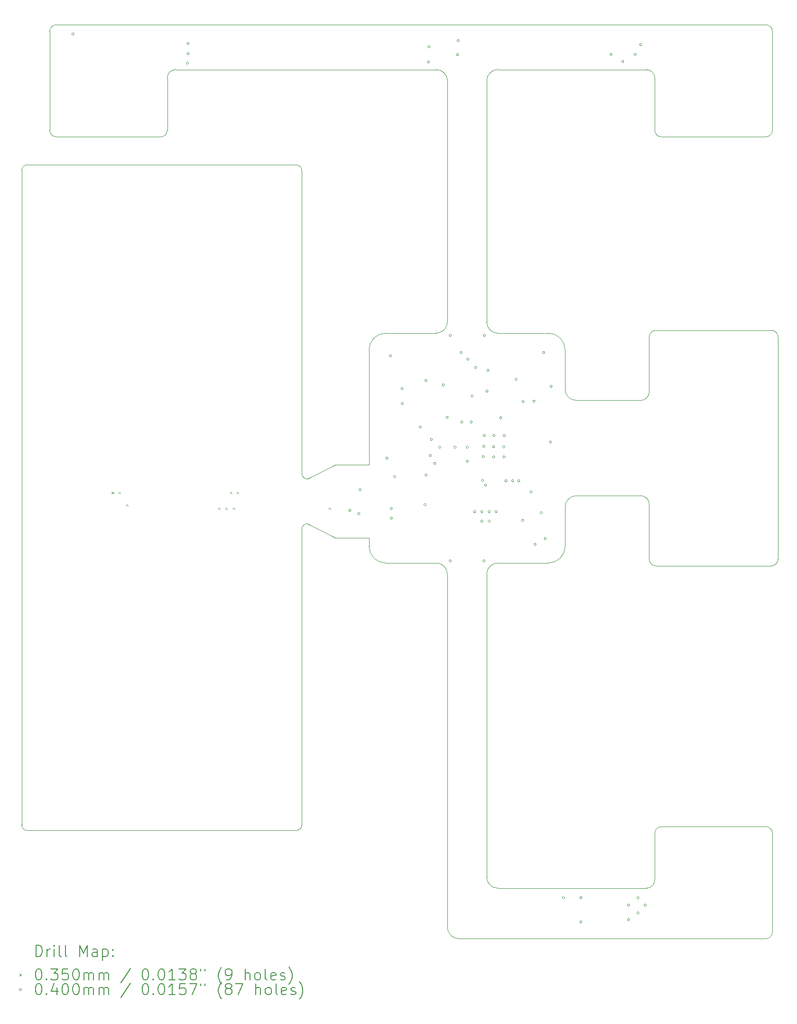
<source format=gbr>
%TF.GenerationSoftware,KiCad,Pcbnew,7.0.6*%
%TF.CreationDate,2023-08-25T15:25:52+01:00*%
%TF.ProjectId,gdp_flexible,6764705f-666c-4657-9869-626c652e6b69,1.0*%
%TF.SameCoordinates,Original*%
%TF.FileFunction,Drillmap*%
%TF.FilePolarity,Positive*%
%FSLAX45Y45*%
G04 Gerber Fmt 4.5, Leading zero omitted, Abs format (unit mm)*
G04 Created by KiCad (PCBNEW 7.0.6) date 2023-08-25 15:25:52*
%MOMM*%
%LPD*%
G01*
G04 APERTURE LIST*
%ADD10C,0.100000*%
%ADD11C,0.200000*%
%ADD12C,0.035000*%
%ADD13C,0.040000*%
G04 APERTURE END LIST*
D10*
X9500000Y-10150000D02*
X9000000Y-10400000D01*
X8900000Y-10300000D02*
G75*
G03*
X9000000Y-10400000I100000J0D01*
G01*
X9000000Y-11200000D02*
X9500000Y-11450000D01*
X9000000Y-11200000D02*
G75*
G03*
X8900000Y-11300000I0J-100000D01*
G01*
X10100000Y-10150000D02*
X9500000Y-10150000D01*
X10100000Y-11450000D02*
X9500000Y-11450000D01*
X10100000Y-11600000D02*
G75*
G03*
X10400000Y-11900000I300000J0D01*
G01*
X11500000Y-12100000D02*
G75*
G03*
X11300000Y-11900000I-200000J0D01*
G01*
X10100000Y-11450000D02*
X10100000Y-11600000D01*
X11300000Y-11900000D02*
X10400000Y-11900000D01*
X13800000Y-9000000D02*
X14950000Y-9000000D01*
X17300000Y-2420000D02*
G75*
G03*
X17180000Y-2300000I-120000J0D01*
G01*
X12200000Y-17500000D02*
X12200000Y-12100000D01*
X15100000Y-10850000D02*
G75*
G03*
X14950000Y-10700000I-150000J0D01*
G01*
X6380000Y-4300000D02*
G75*
G03*
X6500000Y-4180000I0J120000D01*
G01*
X13600000Y-8800000D02*
G75*
G03*
X13800000Y-9000000I200000J0D01*
G01*
X15320000Y-16600000D02*
G75*
G03*
X15200000Y-16720000I0J-120000D01*
G01*
X13930000Y-10700000D02*
X13800000Y-10700000D01*
X15220000Y-7750000D02*
X17280000Y-7750000D01*
X8900000Y-10300000D02*
X8900000Y-4900000D01*
X15050000Y-17700000D02*
X12400000Y-17700000D01*
X17300000Y-2420000D02*
X17300000Y-4180000D01*
X12400000Y-11900000D02*
G75*
G03*
X12200000Y-12100000I0J-200000D01*
G01*
X13600000Y-8100000D02*
G75*
G03*
X13300000Y-7800000I-300000J0D01*
G01*
X15320000Y-4300000D02*
X17180000Y-4300000D01*
X15200000Y-3250000D02*
G75*
G03*
X15050000Y-3100000I-150000J0D01*
G01*
X8800000Y-4800000D02*
X4000000Y-4800000D01*
X4400000Y-2420000D02*
X4400000Y-4180000D01*
X4520000Y-4300000D02*
X6380000Y-4300000D01*
X10100000Y-10150000D02*
X10100000Y-8100000D01*
X14950000Y-9000000D02*
G75*
G03*
X15100000Y-8850000I0J150000D01*
G01*
X6650000Y-3100000D02*
X11300000Y-3100000D01*
X17400000Y-7870000D02*
G75*
G03*
X17280000Y-7750000I-120000J0D01*
G01*
X17180000Y-4300000D02*
G75*
G03*
X17300000Y-4180000I0J120000D01*
G01*
X8800000Y-16670000D02*
G75*
G03*
X8900000Y-16570000I0J100000D01*
G01*
X8900000Y-16570000D02*
X8900000Y-11300000D01*
X13300000Y-11900000D02*
X12400000Y-11900000D01*
X11300000Y-7800000D02*
G75*
G03*
X11500000Y-7600000I0J200000D01*
G01*
X12400000Y-7800000D02*
X13300000Y-7800000D01*
X13800000Y-10700000D02*
G75*
G03*
X13600000Y-10900000I0J-200000D01*
G01*
X6500000Y-3250000D02*
X6500000Y-4180000D01*
X11500000Y-3300000D02*
G75*
G03*
X11300000Y-3100000I-200000J0D01*
G01*
X15200000Y-4180000D02*
G75*
G03*
X15320000Y-4300000I120000J0D01*
G01*
X17180000Y-2300000D02*
X12250000Y-2300000D01*
X3900000Y-4900000D02*
X3900000Y-16570000D01*
X17180000Y-18600000D02*
G75*
G03*
X17300000Y-18480000I0J120000D01*
G01*
X15100000Y-11830000D02*
G75*
G03*
X15220000Y-11950000I120000J0D01*
G01*
X11500000Y-18400000D02*
G75*
G03*
X11700000Y-18600000I200000J0D01*
G01*
X4520000Y-2300000D02*
G75*
G03*
X4400000Y-2420000I0J-120000D01*
G01*
X11500000Y-12100000D02*
X11500000Y-18400000D01*
X14950000Y-10700000D02*
X13930000Y-10700000D01*
X4400000Y-4180000D02*
G75*
G03*
X4520000Y-4300000I120000J0D01*
G01*
X4000000Y-16670000D02*
X8800000Y-16670000D01*
X17280000Y-11950000D02*
X15220000Y-11950000D01*
X13600000Y-8100000D02*
X13600000Y-8800000D01*
X12250000Y-2300000D02*
X11450000Y-2300000D01*
X15200000Y-16720000D02*
X15200000Y-17550000D01*
X15100000Y-10850000D02*
X15100000Y-11830000D01*
X15050000Y-17700000D02*
G75*
G03*
X15200000Y-17550000I0J150000D01*
G01*
X15200000Y-3250000D02*
X15200000Y-4180000D01*
X10400000Y-7800000D02*
G75*
G03*
X10100000Y-8100000I0J-300000D01*
G01*
X13600000Y-11330000D02*
X13600000Y-11600000D01*
X12200000Y-7600000D02*
X12200000Y-3300000D01*
X4000000Y-4800000D02*
G75*
G03*
X3900000Y-4900000I0J-100000D01*
G01*
X12200000Y-17500000D02*
G75*
G03*
X12400000Y-17700000I200000J0D01*
G01*
X13300000Y-11900000D02*
G75*
G03*
X13600000Y-11600000I0J300000D01*
G01*
X12200000Y-7600000D02*
G75*
G03*
X12400000Y-7800000I200000J0D01*
G01*
X10400000Y-7800000D02*
X11300000Y-7800000D01*
X11700000Y-18600000D02*
X17180000Y-18600000D01*
X15220000Y-7750000D02*
G75*
G03*
X15100000Y-7870000I0J-120000D01*
G01*
X17280000Y-11950000D02*
G75*
G03*
X17400000Y-11830000I0J120000D01*
G01*
X6650000Y-3100000D02*
G75*
G03*
X6500000Y-3250000I0J-150000D01*
G01*
X15100000Y-8850000D02*
X15100000Y-7870000D01*
X17400000Y-7870000D02*
X17400000Y-11830000D01*
X8900000Y-4900000D02*
G75*
G03*
X8800000Y-4800000I-100000J0D01*
G01*
X17300000Y-16720000D02*
G75*
G03*
X17180000Y-16600000I-120000J0D01*
G01*
X12400000Y-3100000D02*
G75*
G03*
X12200000Y-3300000I0J-200000D01*
G01*
X15320000Y-16600000D02*
X17180000Y-16600000D01*
X17300000Y-16720000D02*
X17300000Y-18480000D01*
X11500000Y-7600000D02*
X11500000Y-3300000D01*
X12400000Y-3100000D02*
X15050000Y-3100000D01*
X13600000Y-10900000D02*
X13600000Y-11330000D01*
X3900000Y-16570000D02*
G75*
G03*
X4000000Y-16670000I100000J0D01*
G01*
X11450000Y-2300000D02*
X4520000Y-2300000D01*
D11*
D12*
X5507500Y-10632500D02*
X5542500Y-10667500D01*
X5542500Y-10632500D02*
X5507500Y-10667500D01*
X5627500Y-10632500D02*
X5662500Y-10667500D01*
X5662500Y-10632500D02*
X5627500Y-10667500D01*
X5767500Y-10852500D02*
X5802500Y-10887500D01*
X5802500Y-10852500D02*
X5767500Y-10887500D01*
X7407500Y-10912500D02*
X7442500Y-10947500D01*
X7442500Y-10912500D02*
X7407500Y-10947500D01*
X7537500Y-10912500D02*
X7572500Y-10947500D01*
X7572500Y-10912500D02*
X7537500Y-10947500D01*
X7617500Y-10632500D02*
X7652500Y-10667500D01*
X7652500Y-10632500D02*
X7617500Y-10667500D01*
X7667500Y-10912500D02*
X7702500Y-10947500D01*
X7702500Y-10912500D02*
X7667500Y-10947500D01*
X7737500Y-10632500D02*
X7772500Y-10667500D01*
X7772500Y-10632500D02*
X7737500Y-10667500D01*
X9377500Y-10909440D02*
X9412500Y-10944440D01*
X9412500Y-10909440D02*
X9377500Y-10944440D01*
D13*
X4835878Y-2464122D02*
G75*
G03*
X4835878Y-2464122I-20000J0D01*
G01*
X6880000Y-2984122D02*
G75*
G03*
X6880000Y-2984122I-20000J0D01*
G01*
X6890000Y-2634122D02*
G75*
G03*
X6890000Y-2634122I-20000J0D01*
G01*
X6890000Y-2814122D02*
G75*
G03*
X6890000Y-2814122I-20000J0D01*
G01*
X9780000Y-10960000D02*
G75*
G03*
X9780000Y-10960000I-20000J0D01*
G01*
X9940000Y-11019950D02*
G75*
G03*
X9940000Y-11019950I-20000J0D01*
G01*
X9960000Y-10590000D02*
G75*
G03*
X9960000Y-10590000I-20000J0D01*
G01*
X10440000Y-10030000D02*
G75*
G03*
X10440000Y-10030000I-20000J0D01*
G01*
X10504222Y-8204122D02*
G75*
G03*
X10504222Y-8204122I-20000J0D01*
G01*
X10520000Y-10930000D02*
G75*
G03*
X10520000Y-10930000I-20000J0D01*
G01*
X10520000Y-11100000D02*
G75*
G03*
X10520000Y-11100000I-20000J0D01*
G01*
X10577222Y-10360000D02*
G75*
G03*
X10577222Y-10360000I-20000J0D01*
G01*
X10710000Y-8790000D02*
G75*
G03*
X10710000Y-8790000I-20000J0D01*
G01*
X10714222Y-9054122D02*
G75*
G03*
X10714222Y-9054122I-20000J0D01*
G01*
X11034222Y-9474122D02*
G75*
G03*
X11034222Y-9474122I-20000J0D01*
G01*
X11120000Y-10860000D02*
G75*
G03*
X11120000Y-10860000I-20000J0D01*
G01*
X11134222Y-8644122D02*
G75*
G03*
X11134222Y-8644122I-20000J0D01*
G01*
X11140000Y-10330000D02*
G75*
G03*
X11140000Y-10330000I-20000J0D01*
G01*
X11180000Y-2964122D02*
G75*
G03*
X11180000Y-2964122I-20000J0D01*
G01*
X11190000Y-2694122D02*
G75*
G03*
X11190000Y-2694122I-20000J0D01*
G01*
X11213470Y-9984873D02*
G75*
G03*
X11213470Y-9984873I-20000J0D01*
G01*
X11234222Y-9694122D02*
G75*
G03*
X11234222Y-9694122I-20000J0D01*
G01*
X11294222Y-10124122D02*
G75*
G03*
X11294222Y-10124122I-20000J0D01*
G01*
X11384222Y-9834122D02*
G75*
G03*
X11384222Y-9834122I-20000J0D01*
G01*
X11444222Y-8724122D02*
G75*
G03*
X11444222Y-8724122I-20000J0D01*
G01*
X11514222Y-9304122D02*
G75*
G03*
X11514222Y-9304122I-20000J0D01*
G01*
X11570000Y-7840000D02*
G75*
G03*
X11570000Y-7840000I-20000J0D01*
G01*
X11570000Y-11860000D02*
G75*
G03*
X11570000Y-11860000I-20000J0D01*
G01*
X11654222Y-9834122D02*
G75*
G03*
X11654222Y-9834122I-20000J0D01*
G01*
X11700000Y-2830000D02*
G75*
G03*
X11700000Y-2830000I-20000J0D01*
G01*
X11710000Y-2584122D02*
G75*
G03*
X11710000Y-2584122I-20000J0D01*
G01*
X11764222Y-8144122D02*
G75*
G03*
X11764222Y-8144122I-20000J0D01*
G01*
X11774222Y-9384122D02*
G75*
G03*
X11774222Y-9384122I-20000J0D01*
G01*
X11874222Y-9834122D02*
G75*
G03*
X11874222Y-9834122I-20000J0D01*
G01*
X11874222Y-10084122D02*
G75*
G03*
X11874222Y-10084122I-20000J0D01*
G01*
X11884222Y-8264122D02*
G75*
G03*
X11884222Y-8264122I-20000J0D01*
G01*
X11944222Y-9384122D02*
G75*
G03*
X11944222Y-9384122I-20000J0D01*
G01*
X11960000Y-8920000D02*
G75*
G03*
X11960000Y-8920000I-20000J0D01*
G01*
X12004222Y-10984122D02*
G75*
G03*
X12004222Y-10984122I-20000J0D01*
G01*
X12024222Y-8414122D02*
G75*
G03*
X12024222Y-8414122I-20000J0D01*
G01*
X12134222Y-10984122D02*
G75*
G03*
X12134222Y-10984122I-20000J0D01*
G01*
X12134222Y-11154122D02*
G75*
G03*
X12134222Y-11154122I-20000J0D01*
G01*
X12145729Y-10428372D02*
G75*
G03*
X12145729Y-10428372I-20000J0D01*
G01*
X12161437Y-10002220D02*
G75*
G03*
X12161437Y-10002220I-20000J0D01*
G01*
X12168467Y-9819435D02*
G75*
G03*
X12168467Y-9819435I-20000J0D01*
G01*
X12170000Y-11860000D02*
G75*
G03*
X12170000Y-11860000I-20000J0D01*
G01*
X12176669Y-9627276D02*
G75*
G03*
X12176669Y-9627276I-20000J0D01*
G01*
X12180000Y-7840000D02*
G75*
G03*
X12180000Y-7840000I-20000J0D01*
G01*
X12201572Y-10511208D02*
G75*
G03*
X12201572Y-10511208I-20000J0D01*
G01*
X12224222Y-8834122D02*
G75*
G03*
X12224222Y-8834122I-20000J0D01*
G01*
X12244222Y-8464122D02*
G75*
G03*
X12244222Y-8464122I-20000J0D01*
G01*
X12264222Y-10984122D02*
G75*
G03*
X12264222Y-10984122I-20000J0D01*
G01*
X12264222Y-11154122D02*
G75*
G03*
X12264222Y-11154122I-20000J0D01*
G01*
X12344222Y-9824122D02*
G75*
G03*
X12344222Y-9824122I-20000J0D01*
G01*
X12344222Y-10009250D02*
G75*
G03*
X12344222Y-10009250I-20000J0D01*
G01*
X12348909Y-9627276D02*
G75*
G03*
X12348909Y-9627276I-20000J0D01*
G01*
X12388222Y-10984122D02*
G75*
G03*
X12388222Y-10984122I-20000J0D01*
G01*
X12470000Y-9310000D02*
G75*
G03*
X12470000Y-9310000I-20000J0D01*
G01*
X12525835Y-9825294D02*
G75*
G03*
X12525835Y-9825294I-20000J0D01*
G01*
X12528179Y-10008079D02*
G75*
G03*
X12528179Y-10008079I-20000J0D01*
G01*
X12534037Y-9624933D02*
G75*
G03*
X12534037Y-9624933I-20000J0D01*
G01*
X12564222Y-10434122D02*
G75*
G03*
X12564222Y-10434122I-20000J0D01*
G01*
X12684222Y-10434122D02*
G75*
G03*
X12684222Y-10434122I-20000J0D01*
G01*
X12744222Y-8624122D02*
G75*
G03*
X12744222Y-8624122I-20000J0D01*
G01*
X12794222Y-10434122D02*
G75*
G03*
X12794222Y-10434122I-20000J0D01*
G01*
X12862608Y-11140000D02*
G75*
G03*
X12862608Y-11140000I-20000J0D01*
G01*
X12870000Y-9020000D02*
G75*
G03*
X12870000Y-9020000I-20000J0D01*
G01*
X13010000Y-10630000D02*
G75*
G03*
X13010000Y-10630000I-20000J0D01*
G01*
X13064222Y-9014122D02*
G75*
G03*
X13064222Y-9014122I-20000J0D01*
G01*
X13084222Y-11564122D02*
G75*
G03*
X13084222Y-11564122I-20000J0D01*
G01*
X13194222Y-11004122D02*
G75*
G03*
X13194222Y-11004122I-20000J0D01*
G01*
X13234222Y-8144122D02*
G75*
G03*
X13234222Y-8144122I-20000J0D01*
G01*
X13266142Y-11464396D02*
G75*
G03*
X13266142Y-11464396I-20000J0D01*
G01*
X13358455Y-9743670D02*
G75*
G03*
X13358455Y-9743670I-20000J0D01*
G01*
X13370000Y-8750000D02*
G75*
G03*
X13370000Y-8750000I-20000J0D01*
G01*
X13590000Y-17870000D02*
G75*
G03*
X13590000Y-17870000I-20000J0D01*
G01*
X13900000Y-17870000D02*
G75*
G03*
X13900000Y-17870000I-20000J0D01*
G01*
X13900000Y-18300000D02*
G75*
G03*
X13900000Y-18300000I-20000J0D01*
G01*
X14440000Y-2830000D02*
G75*
G03*
X14440000Y-2830000I-20000J0D01*
G01*
X14647553Y-2954122D02*
G75*
G03*
X14647553Y-2954122I-20000J0D01*
G01*
X14750000Y-18000000D02*
G75*
G03*
X14750000Y-18000000I-20000J0D01*
G01*
X14750000Y-18260000D02*
G75*
G03*
X14750000Y-18260000I-20000J0D01*
G01*
X14870000Y-2829575D02*
G75*
G03*
X14870000Y-2829575I-20000J0D01*
G01*
X14920000Y-17870000D02*
G75*
G03*
X14920000Y-17870000I-20000J0D01*
G01*
X14920000Y-18140000D02*
G75*
G03*
X14920000Y-18140000I-20000J0D01*
G01*
X14970000Y-2654122D02*
G75*
G03*
X14970000Y-2654122I-20000J0D01*
G01*
X15050000Y-18000000D02*
G75*
G03*
X15050000Y-18000000I-20000J0D01*
G01*
D11*
X4155777Y-18916484D02*
X4155777Y-18716484D01*
X4155777Y-18716484D02*
X4203396Y-18716484D01*
X4203396Y-18716484D02*
X4231967Y-18726008D01*
X4231967Y-18726008D02*
X4251015Y-18745055D01*
X4251015Y-18745055D02*
X4260539Y-18764103D01*
X4260539Y-18764103D02*
X4270063Y-18802198D01*
X4270063Y-18802198D02*
X4270063Y-18830770D01*
X4270063Y-18830770D02*
X4260539Y-18868865D01*
X4260539Y-18868865D02*
X4251015Y-18887912D01*
X4251015Y-18887912D02*
X4231967Y-18906960D01*
X4231967Y-18906960D02*
X4203396Y-18916484D01*
X4203396Y-18916484D02*
X4155777Y-18916484D01*
X4355777Y-18916484D02*
X4355777Y-18783150D01*
X4355777Y-18821246D02*
X4365301Y-18802198D01*
X4365301Y-18802198D02*
X4374824Y-18792674D01*
X4374824Y-18792674D02*
X4393872Y-18783150D01*
X4393872Y-18783150D02*
X4412920Y-18783150D01*
X4479586Y-18916484D02*
X4479586Y-18783150D01*
X4479586Y-18716484D02*
X4470063Y-18726008D01*
X4470063Y-18726008D02*
X4479586Y-18735531D01*
X4479586Y-18735531D02*
X4489110Y-18726008D01*
X4489110Y-18726008D02*
X4479586Y-18716484D01*
X4479586Y-18716484D02*
X4479586Y-18735531D01*
X4603396Y-18916484D02*
X4584348Y-18906960D01*
X4584348Y-18906960D02*
X4574824Y-18887912D01*
X4574824Y-18887912D02*
X4574824Y-18716484D01*
X4708158Y-18916484D02*
X4689110Y-18906960D01*
X4689110Y-18906960D02*
X4679586Y-18887912D01*
X4679586Y-18887912D02*
X4679586Y-18716484D01*
X4936729Y-18916484D02*
X4936729Y-18716484D01*
X4936729Y-18716484D02*
X5003396Y-18859341D01*
X5003396Y-18859341D02*
X5070063Y-18716484D01*
X5070063Y-18716484D02*
X5070063Y-18916484D01*
X5251015Y-18916484D02*
X5251015Y-18811722D01*
X5251015Y-18811722D02*
X5241491Y-18792674D01*
X5241491Y-18792674D02*
X5222444Y-18783150D01*
X5222444Y-18783150D02*
X5184348Y-18783150D01*
X5184348Y-18783150D02*
X5165301Y-18792674D01*
X5251015Y-18906960D02*
X5231967Y-18916484D01*
X5231967Y-18916484D02*
X5184348Y-18916484D01*
X5184348Y-18916484D02*
X5165301Y-18906960D01*
X5165301Y-18906960D02*
X5155777Y-18887912D01*
X5155777Y-18887912D02*
X5155777Y-18868865D01*
X5155777Y-18868865D02*
X5165301Y-18849817D01*
X5165301Y-18849817D02*
X5184348Y-18840293D01*
X5184348Y-18840293D02*
X5231967Y-18840293D01*
X5231967Y-18840293D02*
X5251015Y-18830770D01*
X5346253Y-18783150D02*
X5346253Y-18983150D01*
X5346253Y-18792674D02*
X5365301Y-18783150D01*
X5365301Y-18783150D02*
X5403396Y-18783150D01*
X5403396Y-18783150D02*
X5422444Y-18792674D01*
X5422444Y-18792674D02*
X5431967Y-18802198D01*
X5431967Y-18802198D02*
X5441491Y-18821246D01*
X5441491Y-18821246D02*
X5441491Y-18878389D01*
X5441491Y-18878389D02*
X5431967Y-18897436D01*
X5431967Y-18897436D02*
X5422444Y-18906960D01*
X5422444Y-18906960D02*
X5403396Y-18916484D01*
X5403396Y-18916484D02*
X5365301Y-18916484D01*
X5365301Y-18916484D02*
X5346253Y-18906960D01*
X5527205Y-18897436D02*
X5536729Y-18906960D01*
X5536729Y-18906960D02*
X5527205Y-18916484D01*
X5527205Y-18916484D02*
X5517682Y-18906960D01*
X5517682Y-18906960D02*
X5527205Y-18897436D01*
X5527205Y-18897436D02*
X5527205Y-18916484D01*
X5527205Y-18792674D02*
X5536729Y-18802198D01*
X5536729Y-18802198D02*
X5527205Y-18811722D01*
X5527205Y-18811722D02*
X5517682Y-18802198D01*
X5517682Y-18802198D02*
X5527205Y-18792674D01*
X5527205Y-18792674D02*
X5527205Y-18811722D01*
D12*
X3860000Y-19227500D02*
X3895000Y-19262500D01*
X3895000Y-19227500D02*
X3860000Y-19262500D01*
D11*
X4193872Y-19136484D02*
X4212920Y-19136484D01*
X4212920Y-19136484D02*
X4231967Y-19146008D01*
X4231967Y-19146008D02*
X4241491Y-19155531D01*
X4241491Y-19155531D02*
X4251015Y-19174579D01*
X4251015Y-19174579D02*
X4260539Y-19212674D01*
X4260539Y-19212674D02*
X4260539Y-19260293D01*
X4260539Y-19260293D02*
X4251015Y-19298389D01*
X4251015Y-19298389D02*
X4241491Y-19317436D01*
X4241491Y-19317436D02*
X4231967Y-19326960D01*
X4231967Y-19326960D02*
X4212920Y-19336484D01*
X4212920Y-19336484D02*
X4193872Y-19336484D01*
X4193872Y-19336484D02*
X4174824Y-19326960D01*
X4174824Y-19326960D02*
X4165301Y-19317436D01*
X4165301Y-19317436D02*
X4155777Y-19298389D01*
X4155777Y-19298389D02*
X4146253Y-19260293D01*
X4146253Y-19260293D02*
X4146253Y-19212674D01*
X4146253Y-19212674D02*
X4155777Y-19174579D01*
X4155777Y-19174579D02*
X4165301Y-19155531D01*
X4165301Y-19155531D02*
X4174824Y-19146008D01*
X4174824Y-19146008D02*
X4193872Y-19136484D01*
X4346253Y-19317436D02*
X4355777Y-19326960D01*
X4355777Y-19326960D02*
X4346253Y-19336484D01*
X4346253Y-19336484D02*
X4336729Y-19326960D01*
X4336729Y-19326960D02*
X4346253Y-19317436D01*
X4346253Y-19317436D02*
X4346253Y-19336484D01*
X4422444Y-19136484D02*
X4546253Y-19136484D01*
X4546253Y-19136484D02*
X4479586Y-19212674D01*
X4479586Y-19212674D02*
X4508158Y-19212674D01*
X4508158Y-19212674D02*
X4527205Y-19222198D01*
X4527205Y-19222198D02*
X4536729Y-19231722D01*
X4536729Y-19231722D02*
X4546253Y-19250770D01*
X4546253Y-19250770D02*
X4546253Y-19298389D01*
X4546253Y-19298389D02*
X4536729Y-19317436D01*
X4536729Y-19317436D02*
X4527205Y-19326960D01*
X4527205Y-19326960D02*
X4508158Y-19336484D01*
X4508158Y-19336484D02*
X4451015Y-19336484D01*
X4451015Y-19336484D02*
X4431967Y-19326960D01*
X4431967Y-19326960D02*
X4422444Y-19317436D01*
X4727205Y-19136484D02*
X4631967Y-19136484D01*
X4631967Y-19136484D02*
X4622444Y-19231722D01*
X4622444Y-19231722D02*
X4631967Y-19222198D01*
X4631967Y-19222198D02*
X4651015Y-19212674D01*
X4651015Y-19212674D02*
X4698634Y-19212674D01*
X4698634Y-19212674D02*
X4717682Y-19222198D01*
X4717682Y-19222198D02*
X4727205Y-19231722D01*
X4727205Y-19231722D02*
X4736729Y-19250770D01*
X4736729Y-19250770D02*
X4736729Y-19298389D01*
X4736729Y-19298389D02*
X4727205Y-19317436D01*
X4727205Y-19317436D02*
X4717682Y-19326960D01*
X4717682Y-19326960D02*
X4698634Y-19336484D01*
X4698634Y-19336484D02*
X4651015Y-19336484D01*
X4651015Y-19336484D02*
X4631967Y-19326960D01*
X4631967Y-19326960D02*
X4622444Y-19317436D01*
X4860539Y-19136484D02*
X4879586Y-19136484D01*
X4879586Y-19136484D02*
X4898634Y-19146008D01*
X4898634Y-19146008D02*
X4908158Y-19155531D01*
X4908158Y-19155531D02*
X4917682Y-19174579D01*
X4917682Y-19174579D02*
X4927205Y-19212674D01*
X4927205Y-19212674D02*
X4927205Y-19260293D01*
X4927205Y-19260293D02*
X4917682Y-19298389D01*
X4917682Y-19298389D02*
X4908158Y-19317436D01*
X4908158Y-19317436D02*
X4898634Y-19326960D01*
X4898634Y-19326960D02*
X4879586Y-19336484D01*
X4879586Y-19336484D02*
X4860539Y-19336484D01*
X4860539Y-19336484D02*
X4841491Y-19326960D01*
X4841491Y-19326960D02*
X4831967Y-19317436D01*
X4831967Y-19317436D02*
X4822444Y-19298389D01*
X4822444Y-19298389D02*
X4812920Y-19260293D01*
X4812920Y-19260293D02*
X4812920Y-19212674D01*
X4812920Y-19212674D02*
X4822444Y-19174579D01*
X4822444Y-19174579D02*
X4831967Y-19155531D01*
X4831967Y-19155531D02*
X4841491Y-19146008D01*
X4841491Y-19146008D02*
X4860539Y-19136484D01*
X5012920Y-19336484D02*
X5012920Y-19203150D01*
X5012920Y-19222198D02*
X5022444Y-19212674D01*
X5022444Y-19212674D02*
X5041491Y-19203150D01*
X5041491Y-19203150D02*
X5070063Y-19203150D01*
X5070063Y-19203150D02*
X5089110Y-19212674D01*
X5089110Y-19212674D02*
X5098634Y-19231722D01*
X5098634Y-19231722D02*
X5098634Y-19336484D01*
X5098634Y-19231722D02*
X5108158Y-19212674D01*
X5108158Y-19212674D02*
X5127205Y-19203150D01*
X5127205Y-19203150D02*
X5155777Y-19203150D01*
X5155777Y-19203150D02*
X5174825Y-19212674D01*
X5174825Y-19212674D02*
X5184348Y-19231722D01*
X5184348Y-19231722D02*
X5184348Y-19336484D01*
X5279586Y-19336484D02*
X5279586Y-19203150D01*
X5279586Y-19222198D02*
X5289110Y-19212674D01*
X5289110Y-19212674D02*
X5308158Y-19203150D01*
X5308158Y-19203150D02*
X5336729Y-19203150D01*
X5336729Y-19203150D02*
X5355777Y-19212674D01*
X5355777Y-19212674D02*
X5365301Y-19231722D01*
X5365301Y-19231722D02*
X5365301Y-19336484D01*
X5365301Y-19231722D02*
X5374825Y-19212674D01*
X5374825Y-19212674D02*
X5393872Y-19203150D01*
X5393872Y-19203150D02*
X5422444Y-19203150D01*
X5422444Y-19203150D02*
X5441491Y-19212674D01*
X5441491Y-19212674D02*
X5451015Y-19231722D01*
X5451015Y-19231722D02*
X5451015Y-19336484D01*
X5841491Y-19126960D02*
X5670063Y-19384103D01*
X6098634Y-19136484D02*
X6117682Y-19136484D01*
X6117682Y-19136484D02*
X6136729Y-19146008D01*
X6136729Y-19146008D02*
X6146253Y-19155531D01*
X6146253Y-19155531D02*
X6155777Y-19174579D01*
X6155777Y-19174579D02*
X6165301Y-19212674D01*
X6165301Y-19212674D02*
X6165301Y-19260293D01*
X6165301Y-19260293D02*
X6155777Y-19298389D01*
X6155777Y-19298389D02*
X6146253Y-19317436D01*
X6146253Y-19317436D02*
X6136729Y-19326960D01*
X6136729Y-19326960D02*
X6117682Y-19336484D01*
X6117682Y-19336484D02*
X6098634Y-19336484D01*
X6098634Y-19336484D02*
X6079586Y-19326960D01*
X6079586Y-19326960D02*
X6070063Y-19317436D01*
X6070063Y-19317436D02*
X6060539Y-19298389D01*
X6060539Y-19298389D02*
X6051015Y-19260293D01*
X6051015Y-19260293D02*
X6051015Y-19212674D01*
X6051015Y-19212674D02*
X6060539Y-19174579D01*
X6060539Y-19174579D02*
X6070063Y-19155531D01*
X6070063Y-19155531D02*
X6079586Y-19146008D01*
X6079586Y-19146008D02*
X6098634Y-19136484D01*
X6251015Y-19317436D02*
X6260539Y-19326960D01*
X6260539Y-19326960D02*
X6251015Y-19336484D01*
X6251015Y-19336484D02*
X6241491Y-19326960D01*
X6241491Y-19326960D02*
X6251015Y-19317436D01*
X6251015Y-19317436D02*
X6251015Y-19336484D01*
X6384348Y-19136484D02*
X6403396Y-19136484D01*
X6403396Y-19136484D02*
X6422444Y-19146008D01*
X6422444Y-19146008D02*
X6431967Y-19155531D01*
X6431967Y-19155531D02*
X6441491Y-19174579D01*
X6441491Y-19174579D02*
X6451015Y-19212674D01*
X6451015Y-19212674D02*
X6451015Y-19260293D01*
X6451015Y-19260293D02*
X6441491Y-19298389D01*
X6441491Y-19298389D02*
X6431967Y-19317436D01*
X6431967Y-19317436D02*
X6422444Y-19326960D01*
X6422444Y-19326960D02*
X6403396Y-19336484D01*
X6403396Y-19336484D02*
X6384348Y-19336484D01*
X6384348Y-19336484D02*
X6365301Y-19326960D01*
X6365301Y-19326960D02*
X6355777Y-19317436D01*
X6355777Y-19317436D02*
X6346253Y-19298389D01*
X6346253Y-19298389D02*
X6336729Y-19260293D01*
X6336729Y-19260293D02*
X6336729Y-19212674D01*
X6336729Y-19212674D02*
X6346253Y-19174579D01*
X6346253Y-19174579D02*
X6355777Y-19155531D01*
X6355777Y-19155531D02*
X6365301Y-19146008D01*
X6365301Y-19146008D02*
X6384348Y-19136484D01*
X6641491Y-19336484D02*
X6527206Y-19336484D01*
X6584348Y-19336484D02*
X6584348Y-19136484D01*
X6584348Y-19136484D02*
X6565301Y-19165055D01*
X6565301Y-19165055D02*
X6546253Y-19184103D01*
X6546253Y-19184103D02*
X6527206Y-19193627D01*
X6708158Y-19136484D02*
X6831967Y-19136484D01*
X6831967Y-19136484D02*
X6765301Y-19212674D01*
X6765301Y-19212674D02*
X6793872Y-19212674D01*
X6793872Y-19212674D02*
X6812920Y-19222198D01*
X6812920Y-19222198D02*
X6822444Y-19231722D01*
X6822444Y-19231722D02*
X6831967Y-19250770D01*
X6831967Y-19250770D02*
X6831967Y-19298389D01*
X6831967Y-19298389D02*
X6822444Y-19317436D01*
X6822444Y-19317436D02*
X6812920Y-19326960D01*
X6812920Y-19326960D02*
X6793872Y-19336484D01*
X6793872Y-19336484D02*
X6736729Y-19336484D01*
X6736729Y-19336484D02*
X6717682Y-19326960D01*
X6717682Y-19326960D02*
X6708158Y-19317436D01*
X6946253Y-19222198D02*
X6927206Y-19212674D01*
X6927206Y-19212674D02*
X6917682Y-19203150D01*
X6917682Y-19203150D02*
X6908158Y-19184103D01*
X6908158Y-19184103D02*
X6908158Y-19174579D01*
X6908158Y-19174579D02*
X6917682Y-19155531D01*
X6917682Y-19155531D02*
X6927206Y-19146008D01*
X6927206Y-19146008D02*
X6946253Y-19136484D01*
X6946253Y-19136484D02*
X6984348Y-19136484D01*
X6984348Y-19136484D02*
X7003396Y-19146008D01*
X7003396Y-19146008D02*
X7012920Y-19155531D01*
X7012920Y-19155531D02*
X7022444Y-19174579D01*
X7022444Y-19174579D02*
X7022444Y-19184103D01*
X7022444Y-19184103D02*
X7012920Y-19203150D01*
X7012920Y-19203150D02*
X7003396Y-19212674D01*
X7003396Y-19212674D02*
X6984348Y-19222198D01*
X6984348Y-19222198D02*
X6946253Y-19222198D01*
X6946253Y-19222198D02*
X6927206Y-19231722D01*
X6927206Y-19231722D02*
X6917682Y-19241246D01*
X6917682Y-19241246D02*
X6908158Y-19260293D01*
X6908158Y-19260293D02*
X6908158Y-19298389D01*
X6908158Y-19298389D02*
X6917682Y-19317436D01*
X6917682Y-19317436D02*
X6927206Y-19326960D01*
X6927206Y-19326960D02*
X6946253Y-19336484D01*
X6946253Y-19336484D02*
X6984348Y-19336484D01*
X6984348Y-19336484D02*
X7003396Y-19326960D01*
X7003396Y-19326960D02*
X7012920Y-19317436D01*
X7012920Y-19317436D02*
X7022444Y-19298389D01*
X7022444Y-19298389D02*
X7022444Y-19260293D01*
X7022444Y-19260293D02*
X7012920Y-19241246D01*
X7012920Y-19241246D02*
X7003396Y-19231722D01*
X7003396Y-19231722D02*
X6984348Y-19222198D01*
X7098634Y-19136484D02*
X7098634Y-19174579D01*
X7174825Y-19136484D02*
X7174825Y-19174579D01*
X7470063Y-19412674D02*
X7460539Y-19403150D01*
X7460539Y-19403150D02*
X7441491Y-19374579D01*
X7441491Y-19374579D02*
X7431968Y-19355531D01*
X7431968Y-19355531D02*
X7422444Y-19326960D01*
X7422444Y-19326960D02*
X7412920Y-19279341D01*
X7412920Y-19279341D02*
X7412920Y-19241246D01*
X7412920Y-19241246D02*
X7422444Y-19193627D01*
X7422444Y-19193627D02*
X7431968Y-19165055D01*
X7431968Y-19165055D02*
X7441491Y-19146008D01*
X7441491Y-19146008D02*
X7460539Y-19117436D01*
X7460539Y-19117436D02*
X7470063Y-19107912D01*
X7555777Y-19336484D02*
X7593872Y-19336484D01*
X7593872Y-19336484D02*
X7612920Y-19326960D01*
X7612920Y-19326960D02*
X7622444Y-19317436D01*
X7622444Y-19317436D02*
X7641491Y-19288865D01*
X7641491Y-19288865D02*
X7651015Y-19250770D01*
X7651015Y-19250770D02*
X7651015Y-19174579D01*
X7651015Y-19174579D02*
X7641491Y-19155531D01*
X7641491Y-19155531D02*
X7631968Y-19146008D01*
X7631968Y-19146008D02*
X7612920Y-19136484D01*
X7612920Y-19136484D02*
X7574825Y-19136484D01*
X7574825Y-19136484D02*
X7555777Y-19146008D01*
X7555777Y-19146008D02*
X7546253Y-19155531D01*
X7546253Y-19155531D02*
X7536729Y-19174579D01*
X7536729Y-19174579D02*
X7536729Y-19222198D01*
X7536729Y-19222198D02*
X7546253Y-19241246D01*
X7546253Y-19241246D02*
X7555777Y-19250770D01*
X7555777Y-19250770D02*
X7574825Y-19260293D01*
X7574825Y-19260293D02*
X7612920Y-19260293D01*
X7612920Y-19260293D02*
X7631968Y-19250770D01*
X7631968Y-19250770D02*
X7641491Y-19241246D01*
X7641491Y-19241246D02*
X7651015Y-19222198D01*
X7889110Y-19336484D02*
X7889110Y-19136484D01*
X7974825Y-19336484D02*
X7974825Y-19231722D01*
X7974825Y-19231722D02*
X7965301Y-19212674D01*
X7965301Y-19212674D02*
X7946253Y-19203150D01*
X7946253Y-19203150D02*
X7917682Y-19203150D01*
X7917682Y-19203150D02*
X7898634Y-19212674D01*
X7898634Y-19212674D02*
X7889110Y-19222198D01*
X8098634Y-19336484D02*
X8079587Y-19326960D01*
X8079587Y-19326960D02*
X8070063Y-19317436D01*
X8070063Y-19317436D02*
X8060539Y-19298389D01*
X8060539Y-19298389D02*
X8060539Y-19241246D01*
X8060539Y-19241246D02*
X8070063Y-19222198D01*
X8070063Y-19222198D02*
X8079587Y-19212674D01*
X8079587Y-19212674D02*
X8098634Y-19203150D01*
X8098634Y-19203150D02*
X8127206Y-19203150D01*
X8127206Y-19203150D02*
X8146253Y-19212674D01*
X8146253Y-19212674D02*
X8155777Y-19222198D01*
X8155777Y-19222198D02*
X8165301Y-19241246D01*
X8165301Y-19241246D02*
X8165301Y-19298389D01*
X8165301Y-19298389D02*
X8155777Y-19317436D01*
X8155777Y-19317436D02*
X8146253Y-19326960D01*
X8146253Y-19326960D02*
X8127206Y-19336484D01*
X8127206Y-19336484D02*
X8098634Y-19336484D01*
X8279587Y-19336484D02*
X8260539Y-19326960D01*
X8260539Y-19326960D02*
X8251015Y-19307912D01*
X8251015Y-19307912D02*
X8251015Y-19136484D01*
X8431968Y-19326960D02*
X8412920Y-19336484D01*
X8412920Y-19336484D02*
X8374825Y-19336484D01*
X8374825Y-19336484D02*
X8355777Y-19326960D01*
X8355777Y-19326960D02*
X8346253Y-19307912D01*
X8346253Y-19307912D02*
X8346253Y-19231722D01*
X8346253Y-19231722D02*
X8355777Y-19212674D01*
X8355777Y-19212674D02*
X8374825Y-19203150D01*
X8374825Y-19203150D02*
X8412920Y-19203150D01*
X8412920Y-19203150D02*
X8431968Y-19212674D01*
X8431968Y-19212674D02*
X8441492Y-19231722D01*
X8441492Y-19231722D02*
X8441492Y-19250770D01*
X8441492Y-19250770D02*
X8346253Y-19269817D01*
X8517682Y-19326960D02*
X8536730Y-19336484D01*
X8536730Y-19336484D02*
X8574825Y-19336484D01*
X8574825Y-19336484D02*
X8593873Y-19326960D01*
X8593873Y-19326960D02*
X8603396Y-19307912D01*
X8603396Y-19307912D02*
X8603396Y-19298389D01*
X8603396Y-19298389D02*
X8593873Y-19279341D01*
X8593873Y-19279341D02*
X8574825Y-19269817D01*
X8574825Y-19269817D02*
X8546253Y-19269817D01*
X8546253Y-19269817D02*
X8527206Y-19260293D01*
X8527206Y-19260293D02*
X8517682Y-19241246D01*
X8517682Y-19241246D02*
X8517682Y-19231722D01*
X8517682Y-19231722D02*
X8527206Y-19212674D01*
X8527206Y-19212674D02*
X8546253Y-19203150D01*
X8546253Y-19203150D02*
X8574825Y-19203150D01*
X8574825Y-19203150D02*
X8593873Y-19212674D01*
X8670063Y-19412674D02*
X8679587Y-19403150D01*
X8679587Y-19403150D02*
X8698634Y-19374579D01*
X8698634Y-19374579D02*
X8708158Y-19355531D01*
X8708158Y-19355531D02*
X8717682Y-19326960D01*
X8717682Y-19326960D02*
X8727206Y-19279341D01*
X8727206Y-19279341D02*
X8727206Y-19241246D01*
X8727206Y-19241246D02*
X8717682Y-19193627D01*
X8717682Y-19193627D02*
X8708158Y-19165055D01*
X8708158Y-19165055D02*
X8698634Y-19146008D01*
X8698634Y-19146008D02*
X8679587Y-19117436D01*
X8679587Y-19117436D02*
X8670063Y-19107912D01*
D13*
X3895000Y-19509000D02*
G75*
G03*
X3895000Y-19509000I-20000J0D01*
G01*
D11*
X4193872Y-19400484D02*
X4212920Y-19400484D01*
X4212920Y-19400484D02*
X4231967Y-19410008D01*
X4231967Y-19410008D02*
X4241491Y-19419531D01*
X4241491Y-19419531D02*
X4251015Y-19438579D01*
X4251015Y-19438579D02*
X4260539Y-19476674D01*
X4260539Y-19476674D02*
X4260539Y-19524293D01*
X4260539Y-19524293D02*
X4251015Y-19562389D01*
X4251015Y-19562389D02*
X4241491Y-19581436D01*
X4241491Y-19581436D02*
X4231967Y-19590960D01*
X4231967Y-19590960D02*
X4212920Y-19600484D01*
X4212920Y-19600484D02*
X4193872Y-19600484D01*
X4193872Y-19600484D02*
X4174824Y-19590960D01*
X4174824Y-19590960D02*
X4165301Y-19581436D01*
X4165301Y-19581436D02*
X4155777Y-19562389D01*
X4155777Y-19562389D02*
X4146253Y-19524293D01*
X4146253Y-19524293D02*
X4146253Y-19476674D01*
X4146253Y-19476674D02*
X4155777Y-19438579D01*
X4155777Y-19438579D02*
X4165301Y-19419531D01*
X4165301Y-19419531D02*
X4174824Y-19410008D01*
X4174824Y-19410008D02*
X4193872Y-19400484D01*
X4346253Y-19581436D02*
X4355777Y-19590960D01*
X4355777Y-19590960D02*
X4346253Y-19600484D01*
X4346253Y-19600484D02*
X4336729Y-19590960D01*
X4336729Y-19590960D02*
X4346253Y-19581436D01*
X4346253Y-19581436D02*
X4346253Y-19600484D01*
X4527205Y-19467150D02*
X4527205Y-19600484D01*
X4479586Y-19390960D02*
X4431967Y-19533817D01*
X4431967Y-19533817D02*
X4555777Y-19533817D01*
X4670063Y-19400484D02*
X4689110Y-19400484D01*
X4689110Y-19400484D02*
X4708158Y-19410008D01*
X4708158Y-19410008D02*
X4717682Y-19419531D01*
X4717682Y-19419531D02*
X4727205Y-19438579D01*
X4727205Y-19438579D02*
X4736729Y-19476674D01*
X4736729Y-19476674D02*
X4736729Y-19524293D01*
X4736729Y-19524293D02*
X4727205Y-19562389D01*
X4727205Y-19562389D02*
X4717682Y-19581436D01*
X4717682Y-19581436D02*
X4708158Y-19590960D01*
X4708158Y-19590960D02*
X4689110Y-19600484D01*
X4689110Y-19600484D02*
X4670063Y-19600484D01*
X4670063Y-19600484D02*
X4651015Y-19590960D01*
X4651015Y-19590960D02*
X4641491Y-19581436D01*
X4641491Y-19581436D02*
X4631967Y-19562389D01*
X4631967Y-19562389D02*
X4622444Y-19524293D01*
X4622444Y-19524293D02*
X4622444Y-19476674D01*
X4622444Y-19476674D02*
X4631967Y-19438579D01*
X4631967Y-19438579D02*
X4641491Y-19419531D01*
X4641491Y-19419531D02*
X4651015Y-19410008D01*
X4651015Y-19410008D02*
X4670063Y-19400484D01*
X4860539Y-19400484D02*
X4879586Y-19400484D01*
X4879586Y-19400484D02*
X4898634Y-19410008D01*
X4898634Y-19410008D02*
X4908158Y-19419531D01*
X4908158Y-19419531D02*
X4917682Y-19438579D01*
X4917682Y-19438579D02*
X4927205Y-19476674D01*
X4927205Y-19476674D02*
X4927205Y-19524293D01*
X4927205Y-19524293D02*
X4917682Y-19562389D01*
X4917682Y-19562389D02*
X4908158Y-19581436D01*
X4908158Y-19581436D02*
X4898634Y-19590960D01*
X4898634Y-19590960D02*
X4879586Y-19600484D01*
X4879586Y-19600484D02*
X4860539Y-19600484D01*
X4860539Y-19600484D02*
X4841491Y-19590960D01*
X4841491Y-19590960D02*
X4831967Y-19581436D01*
X4831967Y-19581436D02*
X4822444Y-19562389D01*
X4822444Y-19562389D02*
X4812920Y-19524293D01*
X4812920Y-19524293D02*
X4812920Y-19476674D01*
X4812920Y-19476674D02*
X4822444Y-19438579D01*
X4822444Y-19438579D02*
X4831967Y-19419531D01*
X4831967Y-19419531D02*
X4841491Y-19410008D01*
X4841491Y-19410008D02*
X4860539Y-19400484D01*
X5012920Y-19600484D02*
X5012920Y-19467150D01*
X5012920Y-19486198D02*
X5022444Y-19476674D01*
X5022444Y-19476674D02*
X5041491Y-19467150D01*
X5041491Y-19467150D02*
X5070063Y-19467150D01*
X5070063Y-19467150D02*
X5089110Y-19476674D01*
X5089110Y-19476674D02*
X5098634Y-19495722D01*
X5098634Y-19495722D02*
X5098634Y-19600484D01*
X5098634Y-19495722D02*
X5108158Y-19476674D01*
X5108158Y-19476674D02*
X5127205Y-19467150D01*
X5127205Y-19467150D02*
X5155777Y-19467150D01*
X5155777Y-19467150D02*
X5174825Y-19476674D01*
X5174825Y-19476674D02*
X5184348Y-19495722D01*
X5184348Y-19495722D02*
X5184348Y-19600484D01*
X5279586Y-19600484D02*
X5279586Y-19467150D01*
X5279586Y-19486198D02*
X5289110Y-19476674D01*
X5289110Y-19476674D02*
X5308158Y-19467150D01*
X5308158Y-19467150D02*
X5336729Y-19467150D01*
X5336729Y-19467150D02*
X5355777Y-19476674D01*
X5355777Y-19476674D02*
X5365301Y-19495722D01*
X5365301Y-19495722D02*
X5365301Y-19600484D01*
X5365301Y-19495722D02*
X5374825Y-19476674D01*
X5374825Y-19476674D02*
X5393872Y-19467150D01*
X5393872Y-19467150D02*
X5422444Y-19467150D01*
X5422444Y-19467150D02*
X5441491Y-19476674D01*
X5441491Y-19476674D02*
X5451015Y-19495722D01*
X5451015Y-19495722D02*
X5451015Y-19600484D01*
X5841491Y-19390960D02*
X5670063Y-19648103D01*
X6098634Y-19400484D02*
X6117682Y-19400484D01*
X6117682Y-19400484D02*
X6136729Y-19410008D01*
X6136729Y-19410008D02*
X6146253Y-19419531D01*
X6146253Y-19419531D02*
X6155777Y-19438579D01*
X6155777Y-19438579D02*
X6165301Y-19476674D01*
X6165301Y-19476674D02*
X6165301Y-19524293D01*
X6165301Y-19524293D02*
X6155777Y-19562389D01*
X6155777Y-19562389D02*
X6146253Y-19581436D01*
X6146253Y-19581436D02*
X6136729Y-19590960D01*
X6136729Y-19590960D02*
X6117682Y-19600484D01*
X6117682Y-19600484D02*
X6098634Y-19600484D01*
X6098634Y-19600484D02*
X6079586Y-19590960D01*
X6079586Y-19590960D02*
X6070063Y-19581436D01*
X6070063Y-19581436D02*
X6060539Y-19562389D01*
X6060539Y-19562389D02*
X6051015Y-19524293D01*
X6051015Y-19524293D02*
X6051015Y-19476674D01*
X6051015Y-19476674D02*
X6060539Y-19438579D01*
X6060539Y-19438579D02*
X6070063Y-19419531D01*
X6070063Y-19419531D02*
X6079586Y-19410008D01*
X6079586Y-19410008D02*
X6098634Y-19400484D01*
X6251015Y-19581436D02*
X6260539Y-19590960D01*
X6260539Y-19590960D02*
X6251015Y-19600484D01*
X6251015Y-19600484D02*
X6241491Y-19590960D01*
X6241491Y-19590960D02*
X6251015Y-19581436D01*
X6251015Y-19581436D02*
X6251015Y-19600484D01*
X6384348Y-19400484D02*
X6403396Y-19400484D01*
X6403396Y-19400484D02*
X6422444Y-19410008D01*
X6422444Y-19410008D02*
X6431967Y-19419531D01*
X6431967Y-19419531D02*
X6441491Y-19438579D01*
X6441491Y-19438579D02*
X6451015Y-19476674D01*
X6451015Y-19476674D02*
X6451015Y-19524293D01*
X6451015Y-19524293D02*
X6441491Y-19562389D01*
X6441491Y-19562389D02*
X6431967Y-19581436D01*
X6431967Y-19581436D02*
X6422444Y-19590960D01*
X6422444Y-19590960D02*
X6403396Y-19600484D01*
X6403396Y-19600484D02*
X6384348Y-19600484D01*
X6384348Y-19600484D02*
X6365301Y-19590960D01*
X6365301Y-19590960D02*
X6355777Y-19581436D01*
X6355777Y-19581436D02*
X6346253Y-19562389D01*
X6346253Y-19562389D02*
X6336729Y-19524293D01*
X6336729Y-19524293D02*
X6336729Y-19476674D01*
X6336729Y-19476674D02*
X6346253Y-19438579D01*
X6346253Y-19438579D02*
X6355777Y-19419531D01*
X6355777Y-19419531D02*
X6365301Y-19410008D01*
X6365301Y-19410008D02*
X6384348Y-19400484D01*
X6641491Y-19600484D02*
X6527206Y-19600484D01*
X6584348Y-19600484D02*
X6584348Y-19400484D01*
X6584348Y-19400484D02*
X6565301Y-19429055D01*
X6565301Y-19429055D02*
X6546253Y-19448103D01*
X6546253Y-19448103D02*
X6527206Y-19457627D01*
X6822444Y-19400484D02*
X6727206Y-19400484D01*
X6727206Y-19400484D02*
X6717682Y-19495722D01*
X6717682Y-19495722D02*
X6727206Y-19486198D01*
X6727206Y-19486198D02*
X6746253Y-19476674D01*
X6746253Y-19476674D02*
X6793872Y-19476674D01*
X6793872Y-19476674D02*
X6812920Y-19486198D01*
X6812920Y-19486198D02*
X6822444Y-19495722D01*
X6822444Y-19495722D02*
X6831967Y-19514770D01*
X6831967Y-19514770D02*
X6831967Y-19562389D01*
X6831967Y-19562389D02*
X6822444Y-19581436D01*
X6822444Y-19581436D02*
X6812920Y-19590960D01*
X6812920Y-19590960D02*
X6793872Y-19600484D01*
X6793872Y-19600484D02*
X6746253Y-19600484D01*
X6746253Y-19600484D02*
X6727206Y-19590960D01*
X6727206Y-19590960D02*
X6717682Y-19581436D01*
X6898634Y-19400484D02*
X7031967Y-19400484D01*
X7031967Y-19400484D02*
X6946253Y-19600484D01*
X7098634Y-19400484D02*
X7098634Y-19438579D01*
X7174825Y-19400484D02*
X7174825Y-19438579D01*
X7470063Y-19676674D02*
X7460539Y-19667150D01*
X7460539Y-19667150D02*
X7441491Y-19638579D01*
X7441491Y-19638579D02*
X7431968Y-19619531D01*
X7431968Y-19619531D02*
X7422444Y-19590960D01*
X7422444Y-19590960D02*
X7412920Y-19543341D01*
X7412920Y-19543341D02*
X7412920Y-19505246D01*
X7412920Y-19505246D02*
X7422444Y-19457627D01*
X7422444Y-19457627D02*
X7431968Y-19429055D01*
X7431968Y-19429055D02*
X7441491Y-19410008D01*
X7441491Y-19410008D02*
X7460539Y-19381436D01*
X7460539Y-19381436D02*
X7470063Y-19371912D01*
X7574825Y-19486198D02*
X7555777Y-19476674D01*
X7555777Y-19476674D02*
X7546253Y-19467150D01*
X7546253Y-19467150D02*
X7536729Y-19448103D01*
X7536729Y-19448103D02*
X7536729Y-19438579D01*
X7536729Y-19438579D02*
X7546253Y-19419531D01*
X7546253Y-19419531D02*
X7555777Y-19410008D01*
X7555777Y-19410008D02*
X7574825Y-19400484D01*
X7574825Y-19400484D02*
X7612920Y-19400484D01*
X7612920Y-19400484D02*
X7631968Y-19410008D01*
X7631968Y-19410008D02*
X7641491Y-19419531D01*
X7641491Y-19419531D02*
X7651015Y-19438579D01*
X7651015Y-19438579D02*
X7651015Y-19448103D01*
X7651015Y-19448103D02*
X7641491Y-19467150D01*
X7641491Y-19467150D02*
X7631968Y-19476674D01*
X7631968Y-19476674D02*
X7612920Y-19486198D01*
X7612920Y-19486198D02*
X7574825Y-19486198D01*
X7574825Y-19486198D02*
X7555777Y-19495722D01*
X7555777Y-19495722D02*
X7546253Y-19505246D01*
X7546253Y-19505246D02*
X7536729Y-19524293D01*
X7536729Y-19524293D02*
X7536729Y-19562389D01*
X7536729Y-19562389D02*
X7546253Y-19581436D01*
X7546253Y-19581436D02*
X7555777Y-19590960D01*
X7555777Y-19590960D02*
X7574825Y-19600484D01*
X7574825Y-19600484D02*
X7612920Y-19600484D01*
X7612920Y-19600484D02*
X7631968Y-19590960D01*
X7631968Y-19590960D02*
X7641491Y-19581436D01*
X7641491Y-19581436D02*
X7651015Y-19562389D01*
X7651015Y-19562389D02*
X7651015Y-19524293D01*
X7651015Y-19524293D02*
X7641491Y-19505246D01*
X7641491Y-19505246D02*
X7631968Y-19495722D01*
X7631968Y-19495722D02*
X7612920Y-19486198D01*
X7717682Y-19400484D02*
X7851015Y-19400484D01*
X7851015Y-19400484D02*
X7765301Y-19600484D01*
X8079587Y-19600484D02*
X8079587Y-19400484D01*
X8165301Y-19600484D02*
X8165301Y-19495722D01*
X8165301Y-19495722D02*
X8155777Y-19476674D01*
X8155777Y-19476674D02*
X8136730Y-19467150D01*
X8136730Y-19467150D02*
X8108158Y-19467150D01*
X8108158Y-19467150D02*
X8089110Y-19476674D01*
X8089110Y-19476674D02*
X8079587Y-19486198D01*
X8289110Y-19600484D02*
X8270063Y-19590960D01*
X8270063Y-19590960D02*
X8260539Y-19581436D01*
X8260539Y-19581436D02*
X8251015Y-19562389D01*
X8251015Y-19562389D02*
X8251015Y-19505246D01*
X8251015Y-19505246D02*
X8260539Y-19486198D01*
X8260539Y-19486198D02*
X8270063Y-19476674D01*
X8270063Y-19476674D02*
X8289110Y-19467150D01*
X8289110Y-19467150D02*
X8317682Y-19467150D01*
X8317682Y-19467150D02*
X8336730Y-19476674D01*
X8336730Y-19476674D02*
X8346253Y-19486198D01*
X8346253Y-19486198D02*
X8355777Y-19505246D01*
X8355777Y-19505246D02*
X8355777Y-19562389D01*
X8355777Y-19562389D02*
X8346253Y-19581436D01*
X8346253Y-19581436D02*
X8336730Y-19590960D01*
X8336730Y-19590960D02*
X8317682Y-19600484D01*
X8317682Y-19600484D02*
X8289110Y-19600484D01*
X8470063Y-19600484D02*
X8451015Y-19590960D01*
X8451015Y-19590960D02*
X8441492Y-19571912D01*
X8441492Y-19571912D02*
X8441492Y-19400484D01*
X8622444Y-19590960D02*
X8603396Y-19600484D01*
X8603396Y-19600484D02*
X8565301Y-19600484D01*
X8565301Y-19600484D02*
X8546253Y-19590960D01*
X8546253Y-19590960D02*
X8536730Y-19571912D01*
X8536730Y-19571912D02*
X8536730Y-19495722D01*
X8536730Y-19495722D02*
X8546253Y-19476674D01*
X8546253Y-19476674D02*
X8565301Y-19467150D01*
X8565301Y-19467150D02*
X8603396Y-19467150D01*
X8603396Y-19467150D02*
X8622444Y-19476674D01*
X8622444Y-19476674D02*
X8631968Y-19495722D01*
X8631968Y-19495722D02*
X8631968Y-19514770D01*
X8631968Y-19514770D02*
X8536730Y-19533817D01*
X8708158Y-19590960D02*
X8727206Y-19600484D01*
X8727206Y-19600484D02*
X8765301Y-19600484D01*
X8765301Y-19600484D02*
X8784349Y-19590960D01*
X8784349Y-19590960D02*
X8793873Y-19571912D01*
X8793873Y-19571912D02*
X8793873Y-19562389D01*
X8793873Y-19562389D02*
X8784349Y-19543341D01*
X8784349Y-19543341D02*
X8765301Y-19533817D01*
X8765301Y-19533817D02*
X8736730Y-19533817D01*
X8736730Y-19533817D02*
X8717682Y-19524293D01*
X8717682Y-19524293D02*
X8708158Y-19505246D01*
X8708158Y-19505246D02*
X8708158Y-19495722D01*
X8708158Y-19495722D02*
X8717682Y-19476674D01*
X8717682Y-19476674D02*
X8736730Y-19467150D01*
X8736730Y-19467150D02*
X8765301Y-19467150D01*
X8765301Y-19467150D02*
X8784349Y-19476674D01*
X8860539Y-19676674D02*
X8870063Y-19667150D01*
X8870063Y-19667150D02*
X8889111Y-19638579D01*
X8889111Y-19638579D02*
X8898634Y-19619531D01*
X8898634Y-19619531D02*
X8908158Y-19590960D01*
X8908158Y-19590960D02*
X8917682Y-19543341D01*
X8917682Y-19543341D02*
X8917682Y-19505246D01*
X8917682Y-19505246D02*
X8908158Y-19457627D01*
X8908158Y-19457627D02*
X8898634Y-19429055D01*
X8898634Y-19429055D02*
X8889111Y-19410008D01*
X8889111Y-19410008D02*
X8870063Y-19381436D01*
X8870063Y-19381436D02*
X8860539Y-19371912D01*
M02*

</source>
